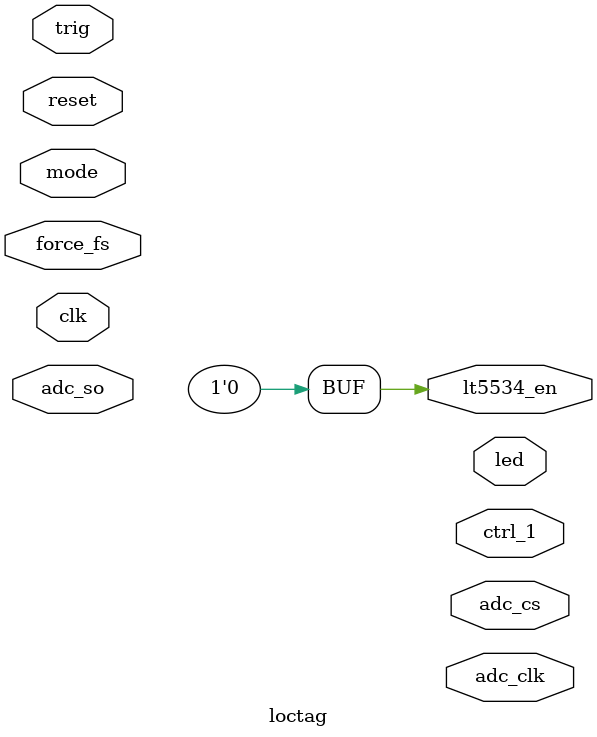
<source format=v>
`timescale 1ns/1ns
module loctag (
  // 50MHz clock input
  input  clk,
  input  reset,
  output lt5534_en,
  output adc_cs,
  output adc_clk,
  input  adc_so,
  input  trig,

  output ctrl_1,

  input  force_fs,
  input  [1:0] mode,
  output led
  );

  // 常量输出
  assign lt5534_en = 1'b0;
  
  // MAC协议参数
  localparam Q = 2;

  ///////////////// 定时参数 /////////////
  localparam TRIG_RISE_TIME = 0;  // uint: 20ns
  // 探测包

  // 11b
  localparam T_B_INFO_GOT = 2;
  localparam T_B_MOD_START = 144;
  localparam T_B_CRC_START = 320;
  localparam T_B_CRC_END = 32;
  // 11n
  localparam T_N_INFO_GOT = 2;
  localparam T_N_MOD_START = 64;
  localparam T_N_MOD_END = 128;

  ///////////////// 状态定义 ///////////////
  localparam IDLE = 0;
  localparam FORCE_FS = 1;  
  // 请求包，2~9

  // 11b, 10~17
  localparam B_START = 10;
  localparam B_INFO_GOT = 11;  // 已获得RSS和MAC协议运行结果
  localparam B_MOD_START = 12;
  localparam B_CRC_START = 13;
  // 11n, 18~25
  localparam N_START = 18;
  localparam N_INFO_GOT = 19;
  localparam N_MOD_START = 20;

  ///////////////// 变量与信号定义 ///////////////
  // 状态变量
  reg [4:0] state = IDLE;
  // 由trig和定时驱动状态的转移 
  reg [5:0] divide_counter = 0;
  reg [26:0] us_counter = 0;
  
  reg counter_rst = 0;

  always @(posedge clk) begin
    if (reset) begin
      divide_counter <= 0;
      us_counter <= 0;
    end else if (counter_rst) begin
      divide_counter <= 0;
      us_counter <= 0;
    end else if (divide_counter == 49) begin
      divide_counter <= 0;
      us_counter <= us_counter + 1;
    end else begin
      divide_counter <= divide_counter + 1;
      us_counter <= us_counter;
    end 
  end
  
  always @(posedge clk) begin
    if (force_fs) begin
      state <= FORCE_FS;
      counter_rst <= 1;
    end else if (~trig) begin
      state <= IDLE;
      counter_rst <= 1;
    end else begin
      case (state)

        IDLE : begin
          case (mode)
            2'b10: begin
              state <= B_START;
            end
            2'b01: begin
              state <= N_START;
            end
            // 2'b11: begin
            //   state <= P_START;
            // end
            default: begin
              state <= IDLE;
            end
          endcase
          counter_rst <= 1;
        end

        B_START : begin
          if (us_counter == T_B_INFO_GOT) begin
            state <= B_INFO_GOT;
            counter_rst <= 1;
          end else begin
            state <= B_START;
            counter_rst <= 0;
          end
        end

        B_INFO_GOT : begin
          if (us_counter == T_B_MOD_START) begin
            state <= B_MOD_START;
            counter_rst <= 1;
          end else begin
            state <= B_INFO_GOT;
            counter_rst <= 0;
          end
        end
        
        B_MOD_START : begin
          if (us_counter == T_B_CRC_START) begin
            state <= B_CRC_START;
            counter_rst <= 1;
          end else begin
            state <= B_MOD_START;
            counter_rst <= 0;
          end
        end
        
        B_CRC_START : begin
          if (us_counter == T_B_CRC_END) begin
            state <= IDLE;
            counter_rst <= 1;
          end else begin
            state <= B_CRC_START;
            counter_rst <= 0;
          end
        end

        N_START : begin
          if (us_counter == T_N_INFO_GOT) begin
            state <= N_INFO_GOT;
            counter_rst <= 1;
          end else begin
            state <= N_START;
            counter_rst <= 0;
          end
        end

        N_INFO_GOT : begin
          if (us_counter == T_N_MOD_START) begin
            state <= N_MOD_START;
            counter_rst <= 1;
          end else begin
            state <= N_INFO_GOT;
            counter_rst <= 0;
          end
        end
        
        N_MOD_START : begin
          if (us_counter == T_N_MOD_END) begin
            state <= IDLE;
            counter_rst <= 1;
          end else begin
            state <= N_MOD_START;
            counter_rst <= 0;
          end
        end
        
        default: begin
          state <= IDLE;
          counter_rst <= 1;
        end

      endcase
    end // if-else-end  
  end 

endmodule

</source>
